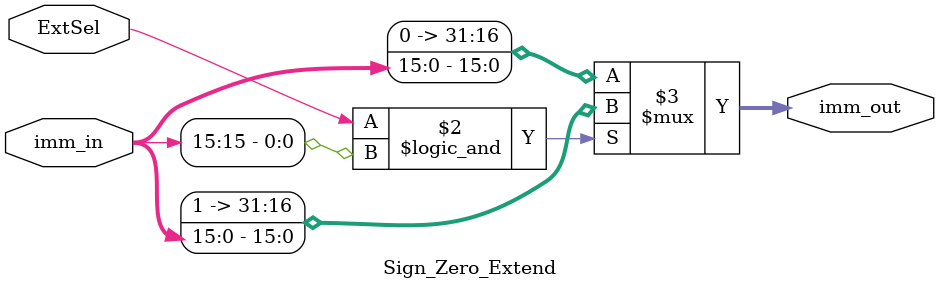
<source format=v>
`timescale 1ns / 1ps


module Sign_Zero_Extend(
    //16Î»immediate
    input [15:0] imm_in,
    //0£ºzero-extend£»1£ºsign-extend
    input ExtSel,
    //32Î»immdiate
    output [31:0] imm_out
    );
    //×î¸ßÎ»Îª1£º·ûºÅÍØÕ¹£»
    assign imm_out = (ExtSel && imm_in[15]==1'b1)? { 16'hffff, imm_in}: {16'b0, imm_in};//²ÉÈ¡Æ´½ÓÔËËã·û
endmodule

</source>
